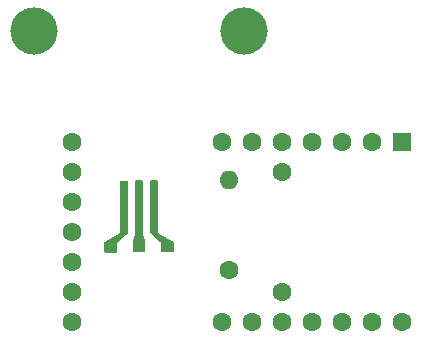
<source format=gbr>
G04 #@! TF.GenerationSoftware,KiCad,Pcbnew,7.0.5-7.0.5~ubuntu20.04.1*
G04 #@! TF.CreationDate,2023-06-26T22:48:21-07:00*
G04 #@! TF.ProjectId,encoder,656e636f-6465-4722-9e6b-696361645f70,rev?*
G04 #@! TF.SameCoordinates,Original*
G04 #@! TF.FileFunction,Soldermask,Bot*
G04 #@! TF.FilePolarity,Negative*
%FSLAX46Y46*%
G04 Gerber Fmt 4.6, Leading zero omitted, Abs format (unit mm)*
G04 Created by KiCad (PCBNEW 7.0.5-7.0.5~ubuntu20.04.1) date 2023-06-26 22:48:21*
%MOMM*%
%LPD*%
G01*
G04 APERTURE LIST*
G04 Aperture macros list*
%AMFreePoly0*
4,1,29,0.290355,0.035355,0.305000,0.000000,0.305000,-4.391061,1.654908,-5.166646,1.659064,-5.172039,1.665355,-5.174645,1.670331,-5.186658,1.678268,-5.196957,1.677393,-5.203708,1.680000,-5.210000,1.680000,-6.000000,1.665355,-6.035355,1.630000,-6.050000,0.630000,-6.050000,0.594645,-6.035355,0.580000,-6.000000,0.580000,-5.232389,-0.288297,-4.457301,-0.288955,-4.455934,-0.290355,-4.455355,
-0.297176,-4.438887,-0.304919,-4.422831,-0.304419,-4.421401,-0.305000,-4.420000,-0.305000,0.000000,-0.290355,0.035355,-0.255000,0.050000,0.255000,0.050000,0.290355,0.035355,0.290355,0.035355,$1*%
%AMFreePoly1*
4,1,21,0.290355,0.035355,0.305000,0.000000,0.305000,-4.412425,0.547756,-5.195189,0.547047,-5.202871,0.550000,-5.210000,0.550000,-6.000000,0.535355,-6.035355,0.500000,-6.050000,-0.500000,-6.050000,-0.535355,-6.035355,-0.550000,-6.000000,-0.550000,-5.210000,-0.547047,-5.202872,-0.547756,-5.195190,-0.305000,-4.412425,-0.305000,0.000000,-0.290355,0.035355,-0.255000,0.050000,0.255000,0.050000,
0.290355,0.035355,0.290355,0.035355,$1*%
%AMFreePoly2*
4,1,29,0.290355,0.535355,0.305000,0.500000,0.305000,-3.920000,0.304419,-3.921401,0.304919,-3.922831,0.297179,-3.938880,0.290355,-3.955355,0.288954,-3.955935,0.288296,-3.957301,-0.580000,-4.732390,-0.580000,-5.500000,-0.594645,-5.535355,-0.630000,-5.550000,-1.630000,-5.550000,-1.665355,-5.535355,-1.680000,-5.500000,-1.680000,-4.710000,-1.677393,-4.703708,-1.678268,-4.696957,-1.670331,-4.686657,
-1.665355,-4.674645,-1.659065,-4.672039,-1.654909,-4.666646,-0.305000,-3.891061,-0.305000,0.500000,-0.290355,0.535355,-0.255000,0.550000,0.255000,0.550000,0.290355,0.535355,0.290355,0.535355,$1*%
G04 Aperture macros list end*
%ADD10R,1.600000X1.600000*%
%ADD11C,1.600000*%
%ADD12C,4.000000*%
%ADD13FreePoly0,0.000000*%
%ADD14FreePoly1,0.000000*%
%ADD15FreePoly2,0.000000*%
%ADD16O,1.600000X1.600000*%
G04 APERTURE END LIST*
D10*
G04 #@! TO.C,U2*
X94615000Y-41910000D03*
D11*
X92075000Y-41910000D03*
X89535000Y-41910000D03*
X86995000Y-41910000D03*
X84455000Y-41910000D03*
X81915000Y-41910000D03*
X79375000Y-41910000D03*
X66675000Y-41910000D03*
X66675000Y-44450000D03*
X66675000Y-46990000D03*
X66675000Y-49530000D03*
X66675000Y-52070000D03*
X66675000Y-54610000D03*
X66675000Y-57150000D03*
X79375000Y-57150000D03*
X81915000Y-57150000D03*
X84455000Y-57150000D03*
X86995000Y-57150000D03*
X89535000Y-57150000D03*
X92075000Y-57150000D03*
X94615000Y-57150000D03*
X84455000Y-44450000D03*
X84455000Y-54610000D03*
G04 #@! TD*
D12*
G04 #@! TO.C,U1*
X63470000Y-32510000D03*
X81310000Y-32510000D03*
D13*
X73660000Y-45180000D03*
D14*
X72390000Y-45180000D03*
D15*
X71120000Y-45680000D03*
G04 #@! TD*
D11*
G04 #@! TO.C,R1*
X80010000Y-52705000D03*
D16*
X80010000Y-45085000D03*
G04 #@! TD*
M02*

</source>
